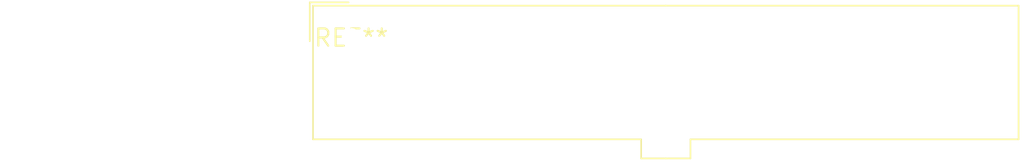
<source format=kicad_pcb>
(kicad_pcb (version 20240108) (generator pcbnew)
  (layers (0 "F.Cu" signal) (31 "B.Cu" signal) (34 "B.Paste" user) (35 "F.Paste" user) (36 "B.SilkS" user "B.Silkscreen") (37 "F.SilkS" user "F.Silkscreen") (38 "B.Mask" user) (39 "F.Mask" user) (44 "Edge.Cuts" user))
  (net 0 "")
  (footprint "Molex_Mini-Fit_Jr_5566-24A_2x12_P4.20mm_Vertical" (layer "F.Cu") (at 0 0)
    (property "Reference" "REF**")
    (property "Value" "Molex_Mini-Fit_Jr_5566-24A_2x12_P4.20mm_Vertical")
    (fp_line (start -3.05 -2.6) (end -3.05 0.25) (layer "F.SilkS") (stroke (width 0.12)))
    (fp_line (start -2.81 -2.36) (end -2.81 7.46) (layer "F.SilkS") (stroke (width 0.12)))
    (fp_line (start -2.81 7.46) (end 21.29 7.46) (layer "F.SilkS") (stroke (width 0.12)))
    (fp_line (start -0.2 -2.6) (end -3.05 -2.6) (layer "F.SilkS") (stroke (width 0.12)))
    (fp_line (start 21.29 7.46) (end 21.29 8.86) (layer "F.SilkS") (stroke (width 0.12)))
    (fp_line (start 21.29 8.86) (end 23.1 8.86) (layer "F.SilkS") (stroke (width 0.12)))
    (fp_line (start 23.1 -2.36) (end -2.81 -2.36) (layer "F.SilkS") (stroke (width 0.12)))
    (fp_line (start 23.1 -2.36) (end 49.01 -2.36) (layer "F.SilkS") (stroke (width 0.12)))
    (fp_line (start 24.91 7.46) (end 24.91 8.86) (layer "F.SilkS") (stroke (width 0.12)))
    (fp_line (start 24.91 8.86) (end 23.1 8.86) (layer "F.SilkS") (stroke (width 0.12)))
    (fp_line (start 49.01 -2.36) (end 49.01 7.46) (layer "F.SilkS") (stroke (width 0.12)))
    (fp_line (start 49.01 7.46) (end 24.91 7.46) (layer "F.SilkS") (stroke (width 0.12)))
    (pad "1" thru_hole roundrect (at 0 0) (size 2.7 3.3) (drill 1.4) (layers *.Cu *.Mask) (remove_unused_layers) (roundrect_rratio 0.092593))
    (pad "2" thru_hole oval (at 4.2 0) (size 2.7 3.3) (drill 1.4) (layers *.Cu *.Mask) (remove_unused_layers))
    (pad "3" thru_hole oval (at 8.4 0) (size 2.7 3.3) (drill 1.4) (layers *.Cu *.Mask) (remove_unused_layers))
    (pad "4" thru_hole oval (at 12.6 0) (size 2.7 3.3) (drill 1.4) (layers *.Cu *.Mask) (remove_unused_layers))
    (pad "5" thru_hole oval (at 16.8 0) (size 2.7 3.3) (drill 1.4) (layers *.Cu *.Mask) (remove_unused_layers))
    (pad "6" thru_hole oval (at 21 0) (size 2.7 3.3) (drill 1.4) (layers *.Cu *.Mask) (remove_unused_layers))
    (pad "7" thru_hole oval (at 25.2 0) (size 2.7 3.3) (drill 1.4) (layers *.Cu *.Mask) (remove_unused_layers))
    (pad "8" thru_hole oval (at 29.4 0) (size 2.7 3.3) (drill 1.4) (layers *.Cu *.Mask) (remove_unused_layers))
    (pad "9" thru_hole oval (at 33.6 0) (size 2.7 3.3) (drill 1.4) (layers *.Cu *.Mask) (remove_unused_layers))
    (pad "10" thru_hole oval (at 37.8 0) (size 2.7 3.3) (drill 1.4) (layers *.Cu *.Mask) (remove_unused_layers))
    (pad "11" thru_hole oval (at 42 0) (size 2.7 3.3) (drill 1.4) (layers *.Cu *.Mask) (remove_unused_layers))
    (pad "12" thru_hole oval (at 46.2 0) (size 2.7 3.3) (drill 1.4) (layers *.Cu *.Mask) (remove_unused_layers))
    (pad "13" thru_hole oval (at 0 5.5) (size 2.7 3.3) (drill 1.4) (layers *.Cu *.Mask) (remove_unused_layers))
    (pad "14" thru_hole oval (at 4.2 5.5) (size 2.7 3.3) (drill 1.4) (layers *.Cu *.Mask) (remove_unused_layers))
    (pad "15" thru_hole oval (at 8.4 5.5) (size 2.7 3.3) (drill 1.4) (layers *.Cu *.Mask) (remove_unused_layers))
    (pad "16" thru_hole oval (at 12.6 5.5) (size 2.7 3.3) (drill 1.4) (layers *.Cu *.Mask) (remove_unused_layers))
    (pad "17" thru_hole oval (at 16.8 5.5) (size 2.7 3.3) (drill 1.4) (layers *.Cu *.Mask) (remove_unused_layers))
    (pad "18" thru_hole oval (at 21 5.5) (size 2.7 3.3) (drill 1.4) (layers *.Cu *.Mask) (remove_unused_layers))
    (pad "19" thru_hole oval (at 25.2 5.5) (size 2.7 3.3) (drill 1.4) (layers *.Cu *.Mask) (remove_unused_layers))
    (pad "20" thru_hole oval (at 29.4 5.5) (size 2.7 3.3) (drill 1.4) (layers *.Cu *.Mask) (remove_unused_layers))
    (pad "21" thru_hole oval (at 33.6 5.5) (size 2.7 3.3) (drill 1.4) (layers *.Cu *.Mask) (remove_unused_layers))
    (pad "22" thru_hole oval (at 37.8 5.5) (size 2.7 3.3) (drill 1.4) (layers *.Cu *.Mask) (remove_unused_layers))
    (pad "23" thru_hole oval (at 42 5.5) (size 2.7 3.3) (drill 1.4) (layers *.Cu *.Mask) (remove_unused_layers))
    (pad "24" thru_hole oval (at 46.2 5.5) (size 2.7 3.3) (drill 1.4) (layers *.Cu *.Mask) (remove_unused_layers))
  )
)
</source>
